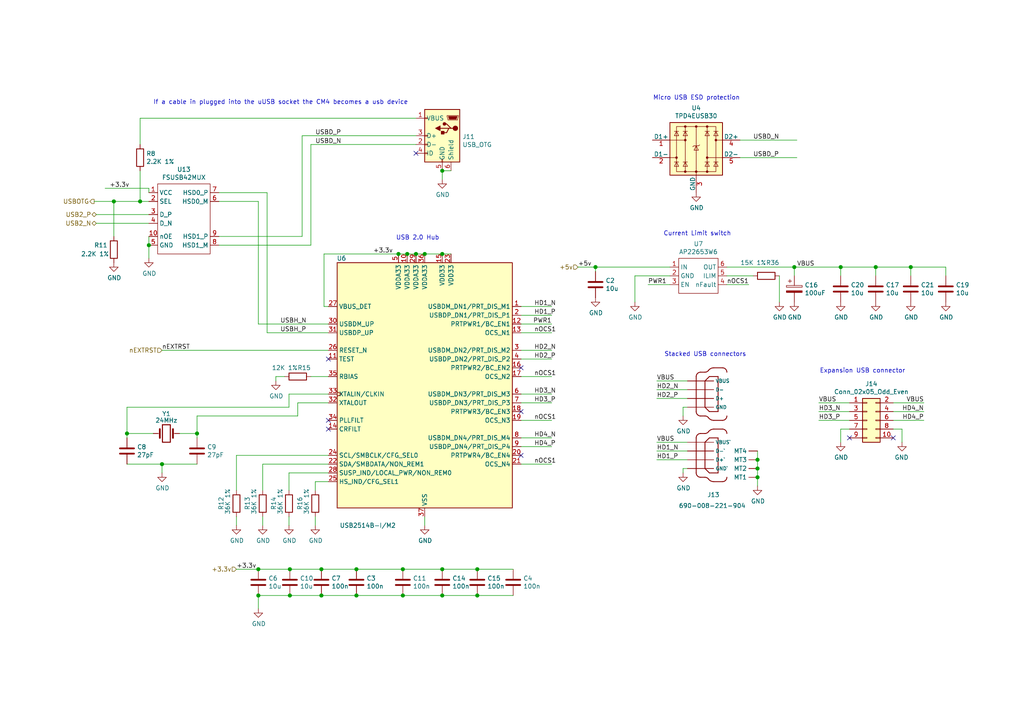
<source format=kicad_sch>
(kicad_sch (version 20231120) (generator "eeschema") (generator_version "8.0")
  (paper "A4")
  (title_block (title "Compute Module 4 IO Board - USB") (rev "1") (company "© 2020-2022 Raspberry Pi Ltd (formerly Raspberry Pi (Trading) Ltd.)") (comment 1 "www.raspberrypi.com"))
  (lib_symbols
    (symbol "CM4IO:AP2553W6"
      (property "Reference" "U" (at 3.81 -6.35 0))
      (property "Value" "AP2553W6" (at -3.81 -6.35 0))
      (symbol "AP2553W6_0_0"
        (pin power_in line (at -8.89 2.54 0) (length 2.54) (name "IN") (number "1"))
        (pin power_out line (at -8.89 0 0) (length 2.54) (name "GND") (number "2"))
        (pin input line (at -8.89 -2.54 0) (length 2.54) (name "EN") (number "3"))
        (pin open_collector line (at 7.62 -2.54 180) (length 2.54) (name "nFault") (number "4"))
        (pin passive line (at 7.62 0 180) (length 2.54) (name "ILIM") (number "5"))
        (pin power_out line (at 7.62 2.54 180) (length 2.54) (name "OUT") (number "6"))
      )
    )
    (symbol "CM4IO:FSUSB42MX"
      (property "Reference" "U" (at -7.62 20.32 0))
      (property "Value" "FSUSB42MX" (at -2.54 -2.54 0))
      (symbol "FSUSB42MX_0_0"
        (pin power_in line (at 8.89 16.51 180) (length 2.54) (name "VCC") (number "1"))
        (pin input line (at 8.89 3.81 180) (length 2.54) (name "nOE") (number "10"))
        (pin input line (at 8.89 13.97 180) (length 2.54) (name "SEL") (number "2"))
        (pin bidirectional line (at 8.89 10.16 180) (length 2.54) (name "D_P") (number "3"))
        (pin bidirectional line (at 8.89 7.62 180) (length 2.54) (name "D_N") (number "4"))
        (pin power_in line (at 8.89 1.27 180) (length 2.54) (name "GND") (number "5"))
        (pin bidirectional line (at -11.43 13.97 0) (length 2.54) (name "HSD0_M") (number "6"))
        (pin bidirectional line (at -11.43 16.51 0) (length 2.54) (name "HSD0_P") (number "7"))
        (pin bidirectional line (at -11.43 1.27 0) (length 2.54) (name "HSD1_M") (number "8"))
        (pin bidirectional line (at -11.43 3.81 0) (length 2.54) (name "HSD1_P") (number "9"))
      )
    )
    (symbol "CM4IO:TPD4EUSB30" (pin_names (offset 0))
      (property "Reference" "U" (at -0.635 8.89 0))
      (property "Value" "TPD4EUSB30" (at 8.89 -10.16 0))
      (symbol "TPD4EUSB30_1_1"
        (pin passive line (at -12.7 2.54 0) (length 5.08) (name "D1+") (number "1"))
        (pin passive line (at -12.7 2.54 0) (length 5.08) hide (name "~") (number "10"))
        (pin passive line (at -12.7 -2.54 0) (length 5.08) (name "D1-") (number "2"))
        (pin power_in line (at 0 -12.7 90) (length 5.08) (name "GND") (number "3"))
        (pin passive line (at 12.7 2.54 180) (length 5.08) (name "D2+") (number "4"))
        (pin passive line (at 12.7 -2.54 180) (length 5.08) (name "D2-") (number "5"))
        (pin passive line (at 12.7 -2.54 180) (length 5.08) hide (name "~") (number "6"))
        (pin passive line (at 12.7 2.54 180) (length 5.08) hide (name "~") (number "7"))
        (pin passive line (at 0 -12.7 90) (length 5.08) hide (name "GND") (number "8"))
        (pin passive line (at -12.7 -2.54 0) (length 5.08) hide (name "~") (number "9"))
      )
    )
    (symbol "CM4IO:USB_67298-4090" (pin_numbers hide)
      (property "Reference" "J" (at -5.08 21.6408 0))
      (property "Value" "USB_67298-4090" (at -5.08 -17.8054 0))
      (symbol "USB_67298-4090_0_0"
        (pin power_in line (at -7.62 -2.54 0) (length 7.62) (name "VBUS`") (number "1"))
        (pin passive line (at -7.62 -5.08 0) (length 7.62) (name "D-`") (number "2"))
        (pin passive line (at -7.62 -7.62 0) (length 7.62) (name "D+`") (number "3"))
        (pin power_in line (at -7.62 -10.16 0) (length 7.62) (name "GND`") (number "4"))
        (pin power_in line (at -7.62 15.24 0) (length 7.62) (name "VBUS") (number "5"))
        (pin passive line (at -7.62 12.7 0) (length 7.62) (name "D-") (number "6"))
        (pin passive line (at -7.62 10.16 0) (length 7.62) (name "D+") (number "7"))
        (pin power_in line (at -7.62 7.62 0) (length 7.62) (name "GND") (number "8"))
        (pin passive line (at 12.7 -12.7 180) (length 2.54) (name "MT1") (number "MT1"))
        (pin passive line (at 12.7 -10.16 180) (length 2.54) (name "MT2") (number "MT2"))
        (pin passive line (at 12.7 -7.62 180) (length 2.54) (name "MT3") (number "MT3"))
        (pin passive line (at 12.7 -5.08 180) (length 2.54) (name "MT4") (number "MT4"))
      )
    )
    (symbol "Connector:USB_OTG"
      (property "Reference" "J" (at -5.08 11.43 0))
      (property "Value" "USB_OTG" (at -5.08 8.89 0))
      (symbol "USB_OTG_1_1"
        (pin power_in line (at 7.62 5.08 180) (length 2.54) (name "VBUS") (number "1"))
        (pin passive line (at 7.62 -2.54 180) (length 2.54) (name "D-") (number "2"))
        (pin passive line (at 7.62 0 180) (length 2.54) (name "D+") (number "3"))
        (pin passive line (at 7.62 -5.08 180) (length 2.54) (name "ID") (number "4"))
        (pin power_in line (at 0 -10.16 90) (length 2.54) (name "GND") (number "5"))
        (pin passive line (at -2.54 -10.16 90) (length 2.54) (name "Shield") (number "6"))
      )
    )
    (symbol "Connector_Generic:Conn_02x05_Odd_Even" (pin_names hide)
      (property "Reference" "J" (at 1.27 7.62 0))
      (property "Value" "Conn_02x05_Odd_Even" (at 1.27 -7.62 0))
      (symbol "Conn_02x05_Odd_Even_1_1"
        (pin passive line (at -5.08 5.08 0) (length 3.81) (name "Pin_1") (number "1"))
        (pin passive line (at 7.62 -5.08 180) (length 3.81) (name "Pin_10") (number "10"))
        (pin passive line (at 7.62 5.08 180) (length 3.81) (name "Pin_2") (number "2"))
        (pin passive line (at -5.08 2.54 0) (length 3.81) (name "Pin_3") (number "3"))
        (pin passive line (at 7.62 2.54 180) (length 3.81) (name "Pin_4") (number "4"))
        (pin passive line (at -5.08 0 0) (length 3.81) (name "Pin_5") (number "5"))
        (pin passive line (at 7.62 0 180) (length 3.81) (name "Pin_6") (number "6"))
        (pin passive line (at -5.08 -2.54 0) (length 3.81) (name "Pin_7") (number "7"))
        (pin passive line (at 7.62 -2.54 180) (length 3.81) (name "Pin_8") (number "8"))
        (pin passive line (at -5.08 -5.08 0) (length 3.81) (name "Pin_9") (number "9"))
      )
    )
    (symbol "Device:C" (pin_numbers hide) (pin_names (offset 0.254))
      (property "Reference" "C" (at 0.635 2.54 0))
      (property "Value" "C" (at 0.635 -2.54 0))
      (symbol "C_1_1"
        (pin passive line (at 0 3.81 270) (length 2.794) (name "~") (number "1"))
        (pin passive line (at 0 -3.81 90) (length 2.794) (name "~") (number "2"))
      )
    )
    (symbol "Device:CP" (pin_numbers hide) (pin_names (offset 0.254))
      (property "Reference" "C" (at 0.635 2.54 0))
      (property "Value" "CP" (at 0.635 -2.54 0))
      (symbol "CP_1_1"
        (pin passive line (at 0 3.81 270) (length 2.794) (name "~") (number "1"))
        (pin passive line (at 0 -3.81 90) (length 2.794) (name "~") (number "2"))
      )
    )
    (symbol "Device:Crystal" (pin_numbers hide) (pin_names hide)
      (property "Reference" "Y" (at 0 3.81 0))
      (property "Value" "Crystal" (at 0 -3.81 0))
      (symbol "Crystal_1_1"
        (pin passive line (at -3.81 0 0) (length 1.27) (name "1") (number "1"))
        (pin passive line (at 3.81 0 180) (length 1.27) (name "2") (number "2"))
      )
    )
    (symbol "Device:R" (pin_numbers hide) (pin_names (offset 0))
      (property "Reference" "R" (at 2.032 0 90))
      (property "Value" "R" (at 0 0 90))
      (symbol "R_1_1"
        (pin passive line (at 0 3.81 270) (length 1.27) (name "~") (number "1"))
        (pin passive line (at 0 -3.81 90) (length 1.27) (name "~") (number "2"))
      )
    )
    (symbol "Interface_USB:USB2514B_Bi"
      (property "Reference" "U" (at -17.78 40.64 0))
      (property "Value" "USB2514B_Bi" (at -20.32 38.1 0))
      (symbol "USB2514B_Bi_1_1"
        (pin bidirectional line (at 27.94 22.86 180) (length 2.54) (name "USBDM_DN1/PRT_DIS_M1") (number "1"))
        (pin power_in line (at -5.08 38.1 270) (length 2.54) (name "VDDA33") (number "10"))
        (pin input line (at -27.94 7.62 0) (length 2.54) (name "TEST") (number "11"))
        (pin bidirectional line (at 27.94 17.78 180) (length 2.54) (name "PRTPWR1/BC_EN1") (number "12"))
        (pin input line (at 27.94 15.24 180) (length 2.54) (name "OCS_N1") (number "13"))
        (pin input line (at -27.94 -12.7 0) (length 2.54) (name "CRFILT") (number "14"))
        (pin power_in line (at 5.08 38.1 270) (length 2.54) (name "VDD33") (number "15"))
        (pin bidirectional line (at 27.94 5.08 180) (length 2.54) (name "PRTPWR2/BC_EN2") (number "16"))
        (pin input line (at 27.94 2.54 180) (length 2.54) (name "OCS_N2") (number "17"))
        (pin bidirectional line (at 27.94 -7.62 180) (length 2.54) (name "PRTPWR3/BC_EN3") (number "18"))
        (pin input line (at 27.94 -10.16 180) (length 2.54) (name "OCS_N3") (number "19"))
        (pin bidirectional line (at 27.94 20.32 180) (length 2.54) (name "USBDP_DN1/PRT_DIS_P1") (number "2"))
        (pin bidirectional line (at 27.94 -20.32 180) (length 2.54) (name "PRTPWR4/BC_EN4") (number "20"))
        (pin input line (at 27.94 -22.86 180) (length 2.54) (name "OCS_N4") (number "21"))
        (pin bidirectional line (at -27.94 -22.86 0) (length 2.54) (name "SDA/SMBDATA/NON_REM1") (number "22"))
        (pin power_in line (at 7.62 38.1 270) (length 2.54) (name "VDD33") (number "23"))
        (pin bidirectional line (at -27.94 -20.32 0) (length 2.54) (name "SCL/SMBCLK/CFG_SEL0") (number "24"))
        (pin bidirectional line (at -27.94 -27.94 0) (length 2.54) (name "HS_IND/CFG_SEL1") (number "25"))
        (pin input line (at -27.94 10.16 0) (length 2.54) (name "RESET_N") (number "26"))
        (pin input line (at -27.94 22.86 0) (length 2.54) (name "VBUS_DET") (number "27"))
        (pin bidirectional line (at -27.94 -25.4 0) (length 2.54) (name "SUSP_IND/LOCAL_PWR/NON_REM0") (number "28"))
        (pin power_in line (at -2.54 38.1 270) (length 2.54) (name "VDDA33") (number "29"))
        (pin bidirectional line (at 27.94 10.16 180) (length 2.54) (name "USBDM_DN2/PRT_DIS_M2") (number "3"))
        (pin bidirectional line (at -27.94 17.78 0) (length 2.54) (name "USBDM_UP") (number "30"))
        (pin bidirectional line (at -27.94 15.24 0) (length 2.54) (name "USBDP_UP") (number "31"))
        (pin output line (at -27.94 -5.08 0) (length 2.54) (name "XTALOUT") (number "32"))
        (pin input clock (at -27.94 -2.54 0) (length 2.54) (name "XTALIN/CLKIN") (number "33"))
        (pin input line (at -27.94 -10.16 0) (length 2.54) (name "PLLFILT") (number "34"))
        (pin input line (at -27.94 2.54 0) (length 2.54) (name "RBIAS") (number "35"))
        (pin power_in line (at 0 38.1 270) (length 2.54) (name "VDDA33") (number "36"))
        (pin power_in line (at 0 -38.1 90) (length 2.54) (name "VSS") (number "37"))
        (pin bidirectional line (at 27.94 7.62 180) (length 2.54) (name "USBDP_DN2/PRT_DIS_P2") (number "4"))
        (pin power_in line (at -7.62 38.1 270) (length 2.54) (name "VDDA33") (number "5"))
        (pin bidirectional line (at 27.94 -2.54 180) (length 2.54) (name "USBDM_DN3/PRT_DIS_M3") (number "6"))
        (pin bidirectional line (at 27.94 -5.08 180) (length 2.54) (name "USBDP_DN3/PRT_DIS_P3") (number "7"))
        (pin bidirectional line (at 27.94 -15.24 180) (length 2.54) (name "USBDM_DN4/PRT_DIS_M4") (number "8"))
        (pin bidirectional line (at 27.94 -17.78 180) (length 2.54) (name "USBDP_DN4/PRT_DIS_P4") (number "9"))
      )
    )
    (symbol "power:GND" (power) (pin_names (offset 0))
      (property "Value" "GND" (at 0 -3.81 0))
      (symbol "GND_1_1"
        (pin power_in line (at 0 0 270) (length 0) hide (name "GND") (number "1"))
      )
    )
  )
  (junction (at 103.378 165.1) (diameter 1.016))
  (junction (at 103.378 172.72) (diameter 1.016))
  (junction (at 138.43 165.1) (diameter 1.016))
  (junction (at 93.218 165.1) (diameter 1.016))
  (junction (at 128.27 49.53) (diameter 1.016))
  (junction (at 74.93 172.72) (diameter 1.016))
  (junction (at 172.72 77.47) (diameter 1.016))
  (junction (at 219.71 138.43) (diameter 1.016))
  (junction (at 116.84 165.1) (diameter 1.016))
  (junction (at 84.074 165.1) (diameter 1.016))
  (junction (at 128.27 172.72) (diameter 1.016))
  (junction (at 254 77.47) (diameter 1.016))
  (junction (at 36.83 125.73) (diameter 1.016))
  (junction (at 120.65 73.66) (diameter 1.016))
  (junction (at 128.27 73.66) (diameter 1.016))
  (junction (at 219.71 133.35) (diameter 1.016))
  (junction (at 40.64 58.42) (diameter 1.016))
  (junction (at 219.71 135.89) (diameter 1.016))
  (junction (at 123.19 73.66) (diameter 1.016))
  (junction (at 128.27 165.1) (diameter 1.016))
  (junction (at 230.378 77.47) (diameter 1.016))
  (junction (at 74.93 165.1) (diameter 1.016))
  (junction (at 93.218 172.72) (diameter 1.016))
  (junction (at 57.15 125.73) (diameter 1.016))
  (junction (at 84.074 172.72) (diameter 1.016))
  (junction (at 264.16 77.47) (diameter 1.016))
  (junction (at 43.18 71.12) (diameter 1.016))
  (junction (at 33.02 58.42) (diameter 1.016))
  (junction (at 115.57 73.66) (diameter 1.016))
  (junction (at 243.84 77.47) (diameter 1.016))
  (junction (at 116.84 172.72) (diameter 1.016))
  (junction (at 118.11 73.66) (diameter 1.016))
  (junction (at 138.43 172.72) (diameter 1.016))
  (junction (at 46.99 134.62) (diameter 1.016))
  (no_connect (at 95.25 121.92))
  (no_connect (at 95.25 104.14))
  (no_connect (at 120.65 44.45))
  (no_connect (at 246.38 127))
  (no_connect (at 259.08 127))
  (no_connect (at 95.25 124.46))
  (no_connect (at 151.13 119.38))
  (no_connect (at 151.13 106.68))
  (no_connect (at 151.13 132.08))
  (wire (pts (xy 151.13 96.52) (xy 160.02 96.52)))
  (wire (pts (xy 86.36 116.84) (xy 86.36 120.65)))
  (wire (pts (xy 267.97 121.92) (xy 259.08 121.92)))
  (wire (pts (xy 151.13 88.9) (xy 160.02 88.9)))
  (wire (pts (xy 74.93 165.1) (xy 84.074 165.1)))
  (wire (pts (xy 190.5 113.03) (xy 199.39 113.03)))
  (wire (pts (xy 151.13 116.84) (xy 160.02 116.84)))
  (wire (pts (xy 36.83 127) (xy 36.83 125.73)))
  (wire (pts (xy 190.5 115.57) (xy 199.39 115.57)))
  (wire (pts (xy 172.72 77.47) (xy 194.31 77.47)))
  (wire (pts (xy 93.218 165.1) (xy 103.378 165.1)))
  (wire (pts (xy 267.97 116.84) (xy 259.08 116.84)))
  (wire (pts (xy 237.49 116.84) (xy 246.38 116.84)))
  (wire (pts (xy 151.13 91.44) (xy 160.02 91.44)))
  (wire (pts (xy 57.15 120.65) (xy 57.15 125.73)))
  (wire (pts (xy 95.25 93.98) (xy 74.93 93.98)))
  (wire (pts (xy 83.82 142.24) (xy 83.82 137.16)))
  (wire (pts (xy 151.13 114.3) (xy 160.02 114.3)))
  (wire (pts (xy 138.43 165.1) (xy 148.844 165.1)))
  (wire (pts (xy 68.58 149.86) (xy 68.58 152.4)))
  (wire (pts (xy 194.31 80.01) (xy 184.15 80.01)))
  (wire (pts (xy 83.82 118.11) (xy 36.83 118.11)))
  (wire (pts (xy 93.98 88.9) (xy 93.98 73.66)))
  (wire (pts (xy 43.18 58.42) (xy 40.64 58.42)))
  (wire (pts (xy 77.47 55.88) (xy 77.47 96.52)))
  (wire (pts (xy 184.15 80.01) (xy 184.15 87.63)))
  (wire (pts (xy 74.93 58.42) (xy 74.93 93.98)))
  (wire (pts (xy 118.11 73.66) (xy 120.65 73.66)))
  (wire (pts (xy 151.13 134.62) (xy 160.02 134.62)))
  (wire (pts (xy 43.18 55.88) (xy 43.18 54.61)))
  (wire (pts (xy 83.82 114.3) (xy 83.82 118.11)))
  (wire (pts (xy 36.83 118.11) (xy 36.83 125.73)))
  (wire (pts (xy 82.55 109.22) (xy 80.01 109.22)))
  (wire (pts (xy 128.27 172.72) (xy 138.43 172.72)))
  (wire (pts (xy 63.5 71.12) (xy 90.17 71.12)))
  (wire (pts (xy 91.44 149.86) (xy 91.44 152.4)))
  (wire (pts (xy 254 77.47) (xy 264.16 77.47)))
  (wire (pts (xy 264.16 77.47) (xy 264.16 80.01)))
  (wire (pts (xy 219.71 138.43) (xy 219.71 140.97)))
  (wire (pts (xy 128.27 49.53) (xy 130.81 49.53)))
  (wire (pts (xy 76.2 134.62) (xy 95.25 134.62)))
  (wire (pts (xy 90.17 71.12) (xy 90.17 41.91)))
  (wire (pts (xy 219.71 130.81) (xy 219.71 133.35)))
  (wire (pts (xy 76.2 149.86) (xy 76.2 152.4)))
  (wire (pts (xy 57.15 125.73) (xy 57.15 127)))
  (wire (pts (xy 151.13 101.6) (xy 160.02 101.6)))
  (wire (pts (xy 90.17 109.22) (xy 95.25 109.22)))
  (wire (pts (xy 190.5 130.81) (xy 199.39 130.81)))
  (wire (pts (xy 210.82 77.47) (xy 230.378 77.47)))
  (wire (pts (xy 230.378 77.47) (xy 243.84 77.47)))
  (wire (pts (xy 128.27 52.07) (xy 128.27 49.53)))
  (wire (pts (xy 167.64 77.47) (xy 172.72 77.47)))
  (wire (pts (xy 151.13 121.92) (xy 160.02 121.92)))
  (wire (pts (xy 123.19 73.66) (xy 128.27 73.66)))
  (wire (pts (xy 214.63 40.64) (xy 231.14 40.64)))
  (wire (pts (xy 243.84 77.47) (xy 254 77.47)))
  (wire (pts (xy 63.5 68.58) (xy 87.63 68.58)))
  (wire (pts (xy 27.94 64.77) (xy 43.18 64.77)))
  (wire (pts (xy 84.074 172.72) (xy 93.218 172.72)))
  (wire (pts (xy 68.58 132.08) (xy 95.25 132.08)))
  (wire (pts (xy 151.13 104.14) (xy 160.02 104.14)))
  (wire (pts (xy 95.25 116.84) (xy 86.36 116.84)))
  (wire (pts (xy 87.63 68.58) (xy 87.63 39.37)))
  (wire (pts (xy 261.62 124.46) (xy 261.62 128.27)))
  (wire (pts (xy 214.63 45.72) (xy 231.14 45.72)))
  (wire (pts (xy 190.5 128.27) (xy 199.39 128.27)))
  (wire (pts (xy 86.36 120.65) (xy 57.15 120.65)))
  (wire (pts (xy 93.98 73.66) (xy 115.57 73.66)))
  (wire (pts (xy 83.82 149.86) (xy 83.82 152.4)))
  (wire (pts (xy 237.49 121.92) (xy 246.38 121.92)))
  (wire (pts (xy 219.71 133.35) (xy 219.71 135.89)))
  (wire (pts (xy 46.99 134.62) (xy 57.15 134.62)))
  (wire (pts (xy 151.13 109.22) (xy 160.02 109.22)))
  (wire (pts (xy 91.44 142.24) (xy 91.44 139.7)))
  (wire (pts (xy 219.71 135.89) (xy 219.71 138.43)))
  (wire (pts (xy 254 77.47) (xy 254 80.01)))
  (wire (pts (xy 120.65 73.66) (xy 123.19 73.66)))
  (wire (pts (xy 27.305 58.42) (xy 33.02 58.42)))
  (wire (pts (xy 226.06 80.01) (xy 226.06 87.63)))
  (wire (pts (xy 138.43 172.72) (xy 148.844 172.72)))
  (wire (pts (xy 103.378 172.72) (xy 116.84 172.72)))
  (wire (pts (xy 83.82 114.3) (xy 95.25 114.3)))
  (wire (pts (xy 63.5 55.88) (xy 77.47 55.88)))
  (wire (pts (xy 123.19 149.86) (xy 123.19 152.4)))
  (wire (pts (xy 230.378 77.47) (xy 230.378 80.01)))
  (wire (pts (xy 199.39 118.11) (xy 198.12 118.11)))
  (wire (pts (xy 93.218 172.72) (xy 103.378 172.72)))
  (wire (pts (xy 190.5 110.49) (xy 199.39 110.49)))
  (wire (pts (xy 36.83 125.73) (xy 44.45 125.73)))
  (wire (pts (xy 237.49 119.38) (xy 246.38 119.38)))
  (wire (pts (xy 103.378 165.1) (xy 116.84 165.1)))
  (wire (pts (xy 151.13 93.98) (xy 160.02 93.98)))
  (wire (pts (xy 115.57 73.66) (xy 118.11 73.66)))
  (wire (pts (xy 30.48 54.61) (xy 43.18 54.61)))
  (wire (pts (xy 210.82 82.55) (xy 217.17 82.55)))
  (wire (pts (xy 274.32 80.01) (xy 274.32 77.47)))
  (wire (pts (xy 210.82 80.01) (xy 218.44 80.01)))
  (wire (pts (xy 187.96 82.55) (xy 194.31 82.55)))
  (wire (pts (xy 95.25 88.9) (xy 93.98 88.9)))
  (wire (pts (xy 91.44 139.7) (xy 95.25 139.7)))
  (wire (pts (xy 74.93 176.53) (xy 74.93 172.72)))
  (wire (pts (xy 36.83 134.62) (xy 46.99 134.62)))
  (wire (pts (xy 128.27 73.66) (xy 130.81 73.66)))
  (wire (pts (xy 77.47 96.52) (xy 95.25 96.52)))
  (wire (pts (xy 259.08 124.46) (xy 261.62 124.46)))
  (wire (pts (xy 63.5 58.42) (xy 74.93 58.42)))
  (wire (pts (xy 190.5 133.35) (xy 199.39 133.35)))
  (wire (pts (xy 243.84 124.46) (xy 246.38 124.46)))
  (wire (pts (xy 74.93 172.72) (xy 84.074 172.72)))
  (wire (pts (xy 68.58 165.1) (xy 74.93 165.1)))
  (wire (pts (xy 43.18 71.12) (xy 43.18 74.93)))
  (wire (pts (xy 33.02 58.42) (xy 33.02 68.58)))
  (wire (pts (xy 199.39 135.89) (xy 198.12 135.89)))
  (wire (pts (xy 116.84 172.72) (xy 128.27 172.72)))
  (wire (pts (xy 151.13 129.54) (xy 160.02 129.54)))
  (wire (pts (xy 243.84 124.46) (xy 243.84 128.27)))
  (wire (pts (xy 116.84 165.1) (xy 128.27 165.1)))
  (wire (pts (xy 40.64 49.53) (xy 40.64 58.42)))
  (wire (pts (xy 46.99 101.6) (xy 95.25 101.6)))
  (wire (pts (xy 128.27 165.1) (xy 138.43 165.1)))
  (wire (pts (xy 198.12 135.89) (xy 198.12 137.16)))
  (wire (pts (xy 151.13 127) (xy 160.02 127)))
  (wire (pts (xy 27.94 62.23) (xy 43.18 62.23)))
  (wire (pts (xy 264.16 77.47) (xy 274.32 77.47)))
  (wire (pts (xy 76.2 142.24) (xy 76.2 134.62)))
  (wire (pts (xy 52.07 125.73) (xy 57.15 125.73)))
  (wire (pts (xy 40.64 34.29) (xy 120.65 34.29)))
  (wire (pts (xy 40.64 58.42) (xy 33.02 58.42)))
  (wire (pts (xy 68.58 142.24) (xy 68.58 132.08)))
  (wire (pts (xy 90.17 41.91) (xy 120.65 41.91)))
  (wire (pts (xy 84.074 165.1) (xy 93.218 165.1)))
  (wire (pts (xy 198.12 118.11) (xy 198.12 120.65)))
  (wire (pts (xy 87.63 39.37) (xy 120.65 39.37)))
  (wire (pts (xy 172.72 78.74) (xy 172.72 77.47)))
  (wire (pts (xy 80.01 109.22) (xy 80.01 110.49)))
  (wire (pts (xy 40.64 41.91) (xy 40.64 34.29)))
  (wire (pts (xy 83.82 137.16) (xy 95.25 137.16)))
  (wire (pts (xy 43.18 68.58) (xy 43.18 71.12)))
  (wire (pts (xy 267.97 119.38) (xy 259.08 119.38)))
  (wire (pts (xy 46.99 134.62) (xy 46.99 137.16)))
  (wire (pts (xy 243.84 80.01) (xy 243.84 77.47)))
  (text "Expansion USB connector" (at 262.6106 108.3818 0) (effects (font (size 1.27 1.27)) (justify right bottom)))
  (text "Current Limit switch" (at 212.09 68.58 0) (effects (font (size 1.27 1.27)) (justify right bottom)))
  (text "USB 2.0 Hub" (at 127.4318 69.7992 0) (effects (font (size 1.27 1.27)) (justify right bottom)))
  (text "If a cable in plugged into the uUSB socket the CM4 becomes a usb device" (at 44.45 30.48 0) (effects (font (size 1.27 1.27)) (justify left bottom)))
  (text "Micro USB ESD protection" (at 214.63 29.21 0) (effects (font (size 1.27 1.27)) (justify right bottom)))
  (text "Stacked USB connectors" (at 216.4588 103.5812 0) (effects (font (size 1.27 1.27)) (justify right bottom)))
  (label "nOCS1" (at 154.94 96.52 0))
  (label "+3.3v" (at 31.75 54.61 0))
  (label "HD2_P" (at 190.5 115.57 0))
  (label "HD3_N" (at 237.49 119.38 0))
  (label "HD1_P" (at 190.5 133.35 0))
  (label "HD1_N" (at 154.94 88.9 0))
  (label "HD4_P" (at 154.94 129.54 0))
  (label "VBUS" (at 237.49 116.84 0))
  (label "nOCS1" (at 210.82 82.55 0))
  (label "VBUS" (at 190.5 110.49 0))
  (label "HD2_N" (at 190.5 113.03 0))
  (label "PWR1" (at 160.02 93.98 180))
  (label "USBD_N" (at 218.44 40.64 0))
  (label "nOCS1" (at 154.94 109.22 0))
  (label "VBUS" (at 231.14 77.47 0))
  (label "USBD_N" (at 91.44 41.91 0))
  (label "HD2_P" (at 154.94 104.14 0))
  (label "VBUS" (at 190.5 128.27 0))
  (label "+3.3v" (at 68.58 165.1 0))
  (label "+5v" (at 167.64 77.47 0))
  (label "HD4_N" (at 154.94 127 0))
  (label "HD4_P" (at 267.97 121.92 180))
  (label "USBH_P" (at 81.28 96.52 0))
  (label "HD3_P" (at 154.94 116.84 0))
  (label "nEXTRST" (at 46.99 101.6 0))
  (label "+3.3v" (at 108.204 73.66 0))
  (label "HD2_N" (at 154.94 101.6 0))
  (label "USBD_P" (at 218.44 45.72 0))
  (label "HD1_N" (at 190.5 130.81 0))
  (label "USBD_P" (at 91.44 39.37 0))
  (label "HD4_N" (at 267.97 119.38 180))
  (label "nOCS1" (at 154.94 134.62 0))
  (label "nOCS1" (at 154.94 121.92 0))
  (label "HD3_P" (at 237.49 121.92 0))
  (label "PWR1" (at 187.96 82.55 0))
  (label "USBH_N" (at 81.28 93.98 0))
  (label "HD3_N" (at 154.94 114.3 0))
  (label "HD1_P" (at 154.94 91.44 0))
  (label "VBUS" (at 267.97 116.84 180))
  (hierarchical_label "USB2_N" (shape bidirectional) (at 27.94 64.77 180))
  (hierarchical_label "USBOTG" (shape output) (at 27.305 58.42 180))
  (hierarchical_label "+3.3v" (shape input) (at 68.58 165.1 180))
  (hierarchical_label "USB2_P" (shape bidirectional) (at 27.94 62.23 180))
  (hierarchical_label "nEXTRST" (shape input) (at 46.99 101.6 180))
  (hierarchical_label "+5v" (shape input) (at 167.64 77.47 180))
  (symbol (lib_id "CM4IO:USB_67298-4090") (at 207.01 125.73 0) (unit 1)
    (property "Reference" "J13" (at 205.105 143.51 0) (effects (justify left)))
    (property "Value" "690-008-221-904" (at 196.85 146.685 0) (effects (justify left)))
    (property "Footprint" "CM4IO:MOLEX_USB_67298-4090" (effects (hide yes)))
    (property "Datasheet" "https://www.molex.com/pdm_docs/sd/672984090_sd.pdf" (effects (hide yes)))
    (property "Field4" "Farnell" (effects (hide yes)))
    (property "Field5" "	2751688" (effects (hide yes)))
    (property "Field6" "690-008-221-904" (effects (hide yes)))
    (property "Field7" "EDAC" (effects (hide yes)))
    (property "Field8" "UCON00727" (effects (hide yes)))
    (property "Part Description" "USB-A (USB TYPE-A), Stacked Receptacle Connector 8 Position Through Hole, Right Angle" (effects (hide yes)))
  )
  (symbol (lib_id "power:GND") (at 243.84 128.27 0) (unit 1)
    (property "Reference" "#PWR025" (effects (hide yes)))
    (property "Value" "GND" (at 243.967 132.6642 0))
  )
  (symbol (lib_id "power:GND") (at 261.62 128.27 0) (mirror y) (unit 1)
    (property "Reference" "#PWR026" (effects (hide yes)))
    (property "Value" "GND" (at 261.493 132.6642 0))
  )
  (symbol (lib_id "Connector_Generic:Conn_02x05_Odd_Even") (at 251.46 121.92 0) (unit 1)
    (property "Reference" "J14" (at 252.73 111.3282 0))
    (property "Value" "Conn_02x05_Odd_Even" (at 252.73 113.6396 0))
    (property "Footprint" "Connector_PinHeader_2.54mm:PinHeader_2x05_P2.54mm_Vertical" (effects (hide yes)))
    (property "Datasheet" "https://www.toby.co.uk/uploads/publications/1673.pdf" (effects (hide yes)))
    (property "Field4" "Toby" (effects (hide yes)))
    (property "Field5" "THD-05-R" (effects (hide yes)))
    (property "Field6" "THD-05-R" (effects (hide yes)))
    (property "Field7" "Toby" (effects (hide yes)))
    (property "Part Description" "PinHeader_2x05_P2.54mm_Vertical" (effects (hide yes)))
  )
  (symbol (lib_id "Connector:USB_OTG") (at 128.27 39.37 0) (mirror y) (unit 1)
    (property "Reference" "J11" (at 134.112 39.6494 0) (effects (justify right)))
    (property "Value" "USB_OTG" (at 134.112 41.9608 0) (effects (justify right)))
    (property "Footprint" "CM4IO:USB_Micro-B_EDAC_UCON00686" (effects (hide yes)))
    (property "Datasheet" "https://cdn.amphenol-icc.com/media/wysiwyg/files/documentation/datasheet/inputoutput/io_usb_micro.pd" (effects (hide yes)))
    (property "Field4" "Digikey" (effects (hide yes)))
    (property "Field5" "609-4050-2-ND" (effects (hide yes)))
    (property "Field6" "690-005-298-486" (effects (hide yes)))
    (property "Field7" "EDAC" (effects (hide yes)))
    (property "Part Description" "USB - micro B USB 2.0 Receptacle Connector 5 Position Surface Mount, Right Angle; Through Hole" (effects (hide yes)))
    (property "Field8" "UCON00686" (effects (hide yes)))
  )
  (symbol (lib_id "Device:R") (at 40.64 45.72 0) (unit 1)
    (property "Reference" "R8" (at 42.418 44.5516 0) (effects (justify left)))
    (property "Value" "2.2K 1%" (at 42.418 46.863 0) (effects (justify left)))
    (property "Footprint" "Resistor_SMD:R_0402_1005Metric" (effects (hide yes)))
    (property "Datasheet" "https://fscdn.rohm.com/en/products/databook/datasheet/passive/resistor/chip_resistor/mcr-e.pdf" (effects (hide yes)))
    (property "Field4" "Farnell" (effects (hide yes)))
    (property "Field5" "9239278" (effects (hide yes)))
    (property "Field7" "KOA EUROPE GMBH" (effects (hide yes)))
    (property "Field6" "RK73G1ETQTP2201D         " (effects (hide yes)))
    (property "Part Description" "Resistor 2.2K M1005 1% 63mW" (effects (hide yes)))
    (property "Field8" "120889581" (effects (hide yes)))
  )
  (symbol (lib_id "power:GND") (at 172.72 86.36 0) (unit 1)
    (property "Reference" "#PWR017" (effects (hide yes)))
    (property "Value" "GND" (at 172.847 90.7542 0))
  )
  (symbol (lib_id "Device:C") (at 243.84 83.82 0) (unit 1)
    (property "Reference" "C20" (at 246.761 82.6516 0) (effects (justify left)))
    (property "Value" "10u" (at 246.761 84.963 0) (effects (justify left)))
    (property "Footprint" "Capacitor_SMD:C_0805_2012Metric" (effects (hide yes)))
    (property "Datasheet" "https://search.murata.co.jp/Ceramy/image/img/A01X/G101/ENG/GRM21BR71A106KA73-01.pdf" (effects (hide yes)))
    (property "Field5" "490-14381-1-ND" (effects (hide yes)))
    (property "Field4" "Digikey" (effects (hide yes)))
    (property "Field6" "GRM21BR71A106KA73L" (effects (hide yes)))
    (property "Field7" "Murata" (effects (hide yes)))
    (property "Part Description" "	10uF 10% 10V Ceramic Capacitor X7R 0805 (2012 Metric)" (effects (hide yes)))
    (property "Field8" "111893011" (effects (hide yes)))
  )
  (symbol (lib_id "power:GND") (at 243.84 87.63 0) (unit 1)
    (property "Reference" "#PWR021" (effects (hide yes)))
    (property "Value" "GND" (at 243.967 92.0242 0))
  )
  (symbol (lib_id "Device:C") (at 254 83.82 0) (unit 1)
    (property "Reference" "C17" (at 256.921 82.6516 0) (effects (justify left)))
    (property "Value" "10u" (at 256.921 84.963 0) (effects (justify left)))
    (property "Footprint" "Capacitor_SMD:C_0805_2012Metric" (effects (hide yes)))
    (property "Datasheet" "https://search.murata.co.jp/Ceramy/image/img/A01X/G101/ENG/GRM21BR71A106KA73-01.pdf" (effects (hide yes)))
    (property "Field5" "490-14381-1-ND" (effects (hide yes)))
    (property "Field4" "Digikey" (effects (hide yes)))
    (property "Field6" "GRM21BR71A106KA73L" (effects (hide yes)))
    (property "Field7" "Murata" (effects (hide yes)))
    (property "Part Description" "	10uF 10% 10V Ceramic Capacitor X7R 0805 (2012 Metric)" (effects (hide yes)))
    (property "Field8" "111893011" (effects (hide yes)))
  )
  (symbol (lib_id "power:GND") (at 254 87.63 0) (unit 1)
    (property "Reference" "#PWR018" (effects (hide yes)))
    (property "Value" "GND" (at 254.127 92.0242 0))
  )
  (symbol (lib_id "Device:C") (at 264.16 83.82 0) (unit 1)
    (property "Reference" "C21" (at 267.081 82.6516 0) (effects (justify left)))
    (property "Value" "10u" (at 267.081 84.963 0) (effects (justify left)))
    (property "Footprint" "Capacitor_SMD:C_0805_2012Metric" (effects (hide yes)))
    (property "Datasheet" "https://search.murata.co.jp/Ceramy/image/img/A01X/G101/ENG/GRM21BR71A106KA73-01.pdf" (effects (hide yes)))
    (property "Field5" "490-14381-1-ND" (effects (hide yes)))
    (property "Field4" "Digikey" (effects (hide yes)))
    (property "Field6" "GRM21BR71A106KA73L" (effects (hide yes)))
    (property "Field7" "Murata" (effects (hide yes)))
    (property "Part Description" "	10uF 10% 10V Ceramic Capacitor X7R 0805 (2012 Metric)" (effects (hide yes)))
    (property "Field8" "111893011" (effects (hide yes)))
  )
  (symbol (lib_id "Device:C") (at 274.32 83.82 0) (unit 1)
    (property "Reference" "C19" (at 277.241 82.6516 0) (effects (justify left)))
    (property "Value" "10u" (at 277.241 84.963 0) (effects (justify left)))
    (property "Footprint" "Capacitor_SMD:C_0805_2012Metric" (effects (hide yes)))
    (property "Datasheet" "https://search.murata.co.jp/Ceramy/image/img/A01X/G101/ENG/GRM21BR71A106KA73-01.pdf" (effects (hide yes)))
    (property "Field5" "490-14381-1-ND" (effects (hide yes)))
    (property "Field4" "Digikey" (effects (hide yes)))
    (property "Field6" "GRM21BR71A106KA73L" (effects (hide yes)))
    (property "Field7" "Murata" (effects (hide yes)))
    (property "Part Description" "	10uF 10% 10V Ceramic Capacitor X7R 0805 (2012 Metric)" (effects (hide yes)))
    (property "Field8" "111893011" (effects (hide yes)))
  )
  (symbol (lib_id "power:GND") (at 198.12 120.65 0) (unit 1)
    (property "Reference" "#PWR023" (effects (hide yes)))
    (property "Value" "GND" (at 198.247 125.0442 0))
  )
  (symbol (lib_id "power:GND") (at 198.12 137.16 0) (unit 1)
    (property "Reference" "#PWR024" (effects (hide yes)))
    (property "Value" "GND" (at 198.247 141.5542 0))
  )
  (symbol (lib_id "Device:R") (at 33.02 72.39 0) (unit 1)
    (property "Reference" "R11" (at 27.305 71.12 0) (effects (justify left)))
    (property "Value" "2.2K 1%" (at 23.495 73.66 0) (effects (justify left)))
    (property "Footprint" "Resistor_SMD:R_0402_1005Metric" (effects (hide yes)))
    (property "Datasheet" "https://fscdn.rohm.com/en/products/databook/datasheet/passive/resistor/chip_resistor/mcr-e.pdf" (effects (hide yes)))
    (property "Field4" "Farnell" (effects (hide yes)))
    (property "Field5" "9239278" (effects (hide yes)))
    (property "Field7" "KOA EUROPE GMBH" (effects (hide yes)))
    (property "Field6" "RK73G1ETQTP2201D         " (effects (hide yes)))
    (property "Part Description" "Resistor 2.2K M1005 1% 63mW" (effects (hide yes)))
    (property "Field8" "120889581" (effects (hide yes)))
  )
  (symbol (lib_id "CM4IO:AP2553W6") (at 203.2 80.01 0) (unit 1)
    (property "Reference" "U7" (at 202.565 70.739 0))
    (property "Value" "AP22653W6" (at 202.565 73.0504 0))
    (property "Footprint" "Package_TO_SOT_SMD:SOT-23-6" (effects (hide yes)))
    (property "Datasheet" "https://www.diodes.com/assets/Datasheets/AP255x.pdf" (effects (hide yes)))
    (property "Field4" "Digikey" (effects (hide yes)))
    (property "Field5" "	31-AP22653W6-7CT-ND" (effects (hide yes)))
    (property "Field6" "AP22653W6" (effects (hide yes)))
    (property "Field7" "Diodes" (effects (hide yes)))
    (property "Part Description" "	Power Switch/Driver 1:1 P-Channel 2.1A SOT-23-6" (effects (hide yes)))
  )
  (symbol (lib_id "Interface_USB:USB2514B_Bi") (at 123.19 111.76 0) (unit 1)
    (property "Reference" "U6" (at 99.06 74.93 0))
    (property "Value" "USB2514B-I/M2" (at 106.68 152.4 0))
    (property "Footprint" "Package_DFN_QFN:QFN-36-1EP_6x6mm_P0.5mm_EP3.7x3.7mm" (effects (hide yes)))
    (property "Datasheet" "http://ww1.microchip.com/downloads/en/DeviceDoc/00001692C.pdf" (effects (hide yes)))
    (property "Field4" "Farnell" (effects (hide yes)))
    (property "Field5" "2775060" (effects (hide yes)))
    (property "Field6" "USB2514B-I/M2" (effects (hide yes)))
    (property "Field7" "Microchip" (effects (hide yes)))
    (property "Part Description" "	USB Hub Controller USB Interface 36-SQFN (6x6)" (effects (hide yes)))
    (property "Field8" "UICC00931" (effects (hide yes)))
  )
  (symbol (lib_id "power:GND") (at 80.01 110.49 0) (unit 1)
    (property "Reference" "#PWR010" (effects (hide yes)))
    (property "Value" "GND" (at 80.137 114.8842 0))
  )
  (symbol (lib_id "power:GND") (at 184.15 87.63 0) (unit 1)
    (property "Reference" "#PWR014" (effects (hide yes)))
    (property "Value" "GND" (at 184.277 92.0242 0))
  )
  (symbol (lib_id "Device:R") (at 83.82 146.05 0) (unit 1)
    (property "Reference" "R14" (at 79.375 147.955 90) (effects (justify left)))
    (property "Value" "36K 1%" (at 81.28 149.225 90) (effects (justify left)))
    (property "Footprint" "Resistor_SMD:R_0402_1005Metric" (effects (hide yes)))
    (property "Datasheet" "https://fscdn.rohm.com/en/products/databook/datasheet/passive/resistor/chip_resistor/mcr-e.pdf" (effects (hide yes)))
    (property "Field4" "Farnell" (effects (hide yes)))
    (property "Field5" "1458788" (effects (hide yes)))
    (property "Field7" "Rohm" (effects (hide yes)))
    (property "Field6" "MCR01MZPF3602" (effects (hide yes)))
    (property "Part Description" "Resistor 36K M1005 1% 63mW" (effects (hide yes)))
  )
  (symbol (lib_id "Device:R") (at 76.2 146.05 0) (unit 1)
    (property "Reference" "R13" (at 71.755 147.955 90) (effects (justify left)))
    (property "Value" "36K 1%" (at 73.66 149.225 90) (effects (justify left)))
    (property "Footprint" "Resistor_SMD:R_0402_1005Metric" (effects (hide yes)))
    (property "Datasheet" "https://fscdn.rohm.com/en/products/databook/datasheet/passive/resistor/chip_resistor/mcr-e.pdf" (effects (hide yes)))
    (property "Field4" "Farnell" (effects (hide yes)))
    (property "Field5" "1458788" (effects (hide yes)))
    (property "Field7" "Rohm" (effects (hide yes)))
    (property "Field6" "MCR01MZPF3602" (effects (hide yes)))
    (property "Part Description" "Resistor 36K M1005 1% 63mW" (effects (hide yes)))
  )
  (symbol (lib_id "Device:R") (at 68.58 146.05 0) (unit 1)
    (property "Reference" "R12" (at 64.135 147.955 90) (effects (justify left)))
    (property "Value" "36K 1%" (at 66.04 149.225 90) (effects (justify left)))
    (property "Footprint" "Resistor_SMD:R_0402_1005Metric" (effects (hide yes)))
    (property "Datasheet" "https://fscdn.rohm.com/en/products/databook/datasheet/passive/resistor/chip_resistor/mcr-e.pdf" (effects (hide yes)))
    (property "Field4" "Farnell" (effects (hide yes)))
    (property "Field5" "1458788" (effects (hide yes)))
    (property "Field7" "Rohm" (effects (hide yes)))
    (property "Field6" "MCR01MZPF3602" (effects (hide yes)))
    (property "Part Description" "Resistor 36K M1005 1% 63mW" (effects (hide yes)))
  )
  (symbol (lib_id "power:GND") (at 68.58 152.4 0) (unit 1)
    (property "Reference" "#PWR08" (effects (hide yes)))
    (property "Value" "GND" (at 68.707 156.7942 0))
  )
  (symbol (lib_id "power:GND") (at 76.2 152.4 0) (unit 1)
    (property "Reference" "#PWR09" (effects (hide yes)))
    (property "Value" "GND" (at 76.327 156.7942 0))
  )
  (symbol (lib_id "power:GND") (at 83.82 152.4 0) (unit 1)
    (property "Reference" "#PWR011" (effects (hide yes)))
    (property "Value" "GND" (at 83.947 156.7942 0))
  )
  (symbol (lib_id "power:GND") (at 91.44 152.4 0) (unit 1)
    (property "Reference" "#PWR012" (effects (hide yes)))
    (property "Value" "GND" (at 91.567 156.7942 0))
  )
  (symbol (lib_id "Device:R") (at 222.25 80.01 90) (unit 1)
    (property "Reference" "R36" (at 226.06 76.2 90) (effects (justify left)))
    (property "Value" "15K 1%" (at 222.25 76.2 90) (effects (justify left)))
    (property "Footprint" "Resistor_SMD:R_0402_1005Metric" (effects (hide yes)))
    (property "Datasheet" "https://fscdn.rohm.com/en/products/databook/datasheet/passive/resistor/chip_resistor/mcr-e.pdf" (effects (hide yes)))
    (property "Field4" "Farnell" (effects (hide yes)))
    (property "Field5" "9239375" (effects (hide yes)))
    (property "Field6" "MCR01MZPF1502" (effects (hide yes)))
    (property "Field7" "Rohm" (effects (hide yes)))
    (property "Part Description" "Resistor 15K M1005 1% 63mW" (effects (hide yes)))
    (property "Field8" "120891581" (effects (hide yes)))
  )
  (symbol (lib_id "power:GND") (at 226.06 87.63 0) (unit 1)
    (property "Reference" "#PWR019" (effects (hide yes)))
    (property "Value" "GND" (at 226.187 92.0242 0))
  )
  (symbol (lib_id "power:GND") (at 264.16 87.63 0) (unit 1)
    (property "Reference" "#PWR049" (effects (hide yes)))
    (property "Value" "GND" (at 264.287 92.0242 0))
  )
  (symbol (lib_id "power:GND") (at 274.32 87.63 0) (unit 1)
    (property "Reference" "#PWR050" (effects (hide yes)))
    (property "Value" "GND" (at 274.447 92.0242 0))
  )
  (symbol (lib_id "power:GND") (at 219.71 140.97 0) (unit 1)
    (property "Reference" "#PWR0114" (effects (hide yes)))
    (property "Value" "GND" (at 219.837 145.3642 0))
  )
  (symbol (lib_id "power:GND") (at 128.27 52.07 0) (unit 1)
    (property "Reference" "#PWR013" (effects (hide yes)))
    (property "Value" "GND" (at 128.397 56.4642 0))
  )
  (symbol (lib_id "CM4IO:FSUSB42MX") (at 52.07 72.39 0) (mirror y) (unit 1)
    (property "Reference" "U13" (at 53.34 49.149 0))
    (property "Value" "FSUSB42MUX" (at 53.34 51.4604 0))
    (property "Footprint" "Package_SO:MSOP-10_3x3mm_P0.5mm" (effects (hide yes)))
    (property "Datasheet" "https://www.onsemi.com/pub/Collateral/FSUSB42-D.PDF" (effects (hide yes)))
    (property "Field4" "Farnell" (effects (hide yes)))
    (property "Field5" "2564479" (effects (hide yes)))
    (property "Field6" "FSUSB42MUX" (effects (hide yes)))
    (property "Field7" "Onsemi" (effects (hide yes)))
    (property "Part Description" "USB Switch IC 1 Channel 10-MSOP" (effects (hide yes)))
  )
  (symbol (lib_id "power:GND") (at 123.19 152.4 0) (unit 1)
    (property "Reference" "#PWR0142" (effects (hide yes)))
    (property "Value" "GND" (at 123.317 156.7942 0))
  )
  (symbol (lib_id "power:GND") (at 43.18 74.93 0) (unit 1)
    (property "Reference" "#PWR0143" (effects (hide yes)))
    (property "Value" "GND" (at 43.307 79.3242 0))
  )
  (symbol (lib_id "power:GND") (at 33.02 76.2 0) (unit 1)
    (property "Reference" "#PWR0144" (effects (hide yes)))
    (property "Value" "GND" (at 33.147 80.5942 0))
  )
  (symbol (lib_id "Device:R") (at 86.36 109.22 90) (unit 1)
    (property "Reference" "R15" (at 90.17 106.68 90) (effects (justify left)))
    (property "Value" "12K 1%" (at 86.36 106.68 90) (effects (justify left)))
    (property "Footprint" "Resistor_SMD:R_0402_1005Metric" (effects (hide yes)))
    (property "Datasheet" "https://fscdn.rohm.com/en/products/databook/datasheet/passive/resistor/chip_resistor/mcr-e.pdf" (effects (hide yes)))
    (property "Field4" "Farnell" (effects (hide yes)))
    (property "Field5" "9239367" (effects (hide yes)))
    (property "Field7" "Rohm" (effects (hide yes)))
    (property "Field6" "MCR01MZPF1202" (effects (hide yes)))
    (property "Part Description" "Resistor 12K M1005 1% 63mW" (effects (hide yes)))
  )
  (symbol (lib_id "Device:R") (at 91.44 146.05 0) (unit 1)
    (property "Reference" "R16" (at 86.995 147.955 90) (effects (justify left)))
    (property "Value" "36K 1%" (at 88.9 149.225 90) (effects (justify left)))
    (property "Footprint" "Resistor_SMD:R_0402_1005Metric" (effects (hide yes)))
    (property "Datasheet" "https://fscdn.rohm.com/en/products/databook/datasheet/passive/resistor/chip_resistor/mcr-e.pdf" (effects (hide yes)))
    (property "Field4" "Farnell" (effects (hide yes)))
    (property "Field5" "1458788" (effects (hide yes)))
    (property "Field7" "Rohm" (effects (hide yes)))
    (property "Field6" "MCR01MZPF3602" (effects (hide yes)))
    (property "Part Description" "Resistor 36K M1005 1% 63mW" (effects (hide yes)))
  )
  (symbol (lib_id "Device:C") (at 116.84 168.91 0) (unit 1)
    (property "Reference" "C11" (at 119.761 167.7416 0) (effects (justify left)))
    (property "Value" "100n" (at 119.761 170.053 0) (effects (justify left)))
    (property "Footprint" "Capacitor_SMD:C_0402_1005Metric" (effects (hide yes)))
    (property "Datasheet" "https://search.murata.co.jp/Ceramy/image/img/A01X/G101/ENG/GRM155R71C104KA88-01.pdf" (effects (hide yes)))
    (property "Field4" "Farnell" (effects (hide yes)))
    (property "Field5" "2611911" (effects (hide yes)))
    (property "Field6" "RM EMK105 B7104KV-F" (effects (hide yes)))
    (property "Field7" "TAIYO YUDEN EUROPE GMBH" (effects (hide yes)))
    (property "Part Description" "	0.1uF 10% 16V Ceramic Capacitor X7R 0402 (1005 Metric)" (effects (hide yes)))
    (property "Field8" "110091611" (effects (hide yes)))
  )
  (symbol (lib_id "Device:C") (at 128.27 168.91 0) (unit 1)
    (property "Reference" "C14" (at 131.191 167.7416 0) (effects (justify left)))
    (property "Value" "100n" (at 131.191 170.053 0) (effects (justify left)))
    (property "Footprint" "Capacitor_SMD:C_0402_1005Metric" (effects (hide yes)))
    (property "Datasheet" "https://search.murata.co.jp/Ceramy/image/img/A01X/G101/ENG/GRM155R71C104KA88-01.pdf" (effects (hide yes)))
    (property "Field4" "Farnell" (effects (hide yes)))
    (property "Field5" "2611911" (effects (hide yes)))
    (property "Field6" "RM EMK105 B7104KV-F" (effects (hide yes)))
    (property "Field7" "TAIYO YUDEN EUROPE GMBH" (effects (hide yes)))
    (property "Part Description" "	0.1uF 10% 16V Ceramic Capacitor X7R 0402 (1005 Metric)" (effects (hide yes)))
    (property "Field8" "110091611" (effects (hide yes)))
  )
  (symbol (lib_id "Device:C") (at 138.43 168.91 0) (unit 1)
    (property "Reference" "C15" (at 141.351 167.7416 0) (effects (justify left)))
    (property "Value" "100n" (at 141.351 170.053 0) (effects (justify left)))
    (property "Footprint" "Capacitor_SMD:C_0402_1005Metric" (effects (hide yes)))
    (property "Datasheet" "https://search.murata.co.jp/Ceramy/image/img/A01X/G101/ENG/GRM155R71C104KA88-01.pdf" (effects (hide yes)))
    (property "Field4" "Farnell" (effects (hide yes)))
    (property "Field5" "2611911" (effects (hide yes)))
    (property "Field6" "RM EMK105 B7104KV-F" (effects (hide yes)))
    (property "Field7" "TAIYO YUDEN EUROPE GMBH" (effects (hide yes)))
    (property "Part Description" "	0.1uF 10% 16V Ceramic Capacitor X7R 0402 (1005 Metric)" (effects (hide yes)))
    (property "Field8" "110091611" (effects (hide yes)))
  )
  (symbol (lib_id "Device:C") (at 93.218 168.91 0) (unit 1)
    (property "Reference" "C7" (at 96.139 167.7416 0) (effects (justify left)))
    (property "Value" "100n" (at 96.139 170.053 0) (effects (justify left)))
    (property "Footprint" "Capacitor_SMD:C_0402_1005Metric" (effects (hide yes)))
    (property "Datasheet" "https://search.murata.co.jp/Ceramy/image/img/A01X/G101/ENG/GRM155R71C104KA88-01.pdf" (effects (hide yes)))
    (property "Field4" "Farnell" (effects (hide yes)))
    (property "Field5" "2611911" (effects (hide yes)))
    (property "Field6" "RM EMK105 B7104KV-F" (effects (hide yes)))
    (property "Field7" "TAIYO YUDEN EUROPE GMBH" (effects (hide yes)))
    (property "Part Description" "	0.1uF 10% 16V Ceramic Capacitor X7R 0402 (1005 Metric)" (effects (hide yes)))
    (property "Field8" "110091611" (effects (hide yes)))
  )
  (symbol (lib_id "power:GND") (at 74.93 176.53 0) (unit 1)
    (property "Reference" "#PWR06" (effects (hide yes)))
    (property "Value" "GND" (at 75.057 180.9242 0))
  )
  (symbol (lib_id "Device:C") (at 74.93 168.91 0) (unit 1)
    (property "Reference" "C6" (at 77.851 167.7416 0) (effects (justify left)))
    (property "Value" "10u" (at 77.851 170.053 0) (effects (justify left)))
    (property "Footprint" "Capacitor_SMD:C_0805_2012Metric" (effects (hide yes)))
    (property "Datasheet" "https://search.murata.co.jp/Ceramy/image/img/A01X/G101/ENG/GRM21BR71A106KA73-01.pdf" (effects (hide yes)))
    (property "Field5" "490-14381-1-ND" (effects (hide yes)))
    (property "Field4" "Digikey" (effects (hide yes)))
    (property "Field6" "GRM21BR71A106KA73L" (effects (hide yes)))
    (property "Field7" "Murata" (effects (hide yes)))
    (property "Part Description" "	10uF 10% 10V Ceramic Capacitor X7R 0805 (2012 Metric)" (effects (hide yes)))
    (property "Field8" "111893011" (effects (hide yes)))
  )
  (symbol (lib_id "Device:C") (at 84.074 168.91 0) (unit 1)
    (property "Reference" "C10" (at 86.995 167.7416 0) (effects (justify left)))
    (property "Value" "10u" (at 86.995 170.053 0) (effects (justify left)))
    (property "Footprint" "Capacitor_SMD:C_0805_2012Metric" (effects (hide yes)))
    (property "Datasheet" "https://search.murata.co.jp/Ceramy/image/img/A01X/G101/ENG/GRM21BR71A106KA73-01.pdf" (effects (hide yes)))
    (property "Field5" "490-14381-1-ND" (effects (hide yes)))
    (property "Field4" "Digikey" (effects (hide yes)))
    (property "Field6" "GRM21BR71A106KA73L" (effects (hide yes)))
    (property "Field7" "Murata" (effects (hide yes)))
    (property "Part Description" "	10uF 10% 10V Ceramic Capacitor X7R 0805 (2012 Metric)" (effects (hide yes)))
    (property "Field8" "111893011" (effects (hide yes)))
  )
  (symbol (lib_id "Device:Crystal") (at 48.26 125.73 0) (unit 1)
    (property "Reference" "Y1" (at 48.26 120.015 0))
    (property "Value" "24MHz" (at 48.26 121.92 0))
    (property "Footprint" "Crystal:Crystal_SMD_HC49-SD" (effects (hide yes)))
    (property "Field4" "Farnell" (effects (hide yes)))
    (property "Field5" "2508493" (effects (hide yes)))
    (property "Field7" "AEL" (effects (hide yes)))
    (property "Field6" "X24M000000S128" (effects (hide yes)))
    (property "Part Description" "24MHz Crystal 18pf 30ppm 30ppm" (effects (hide yes)))
  )
  (symbol (lib_id "Device:C") (at 36.83 130.81 0) (unit 1)
    (property "Reference" "C8" (at 39.751 129.6416 0) (effects (justify left)))
    (property "Value" "27pF" (at 39.751 131.953 0) (effects (justify left)))
    (property "Footprint" "Capacitor_SMD:C_0402_1005Metric" (effects (hide yes)))
    (property "Datasheet" "https://search.murata.co.jp/Ceramy/image/img/A01X/G101/ENG/GJM1555C1H270JB01-01.pdf" (effects (hide yes)))
    (property "Field8" "UCAP00738 " (effects (hide yes)))
    (property "Field5" "490-17672-1-ND" (effects (hide yes)))
    (property "Field6" "GJM1555C1H270JB01D" (effects (hide yes)))
    (property "Field7" "Murata" (effects (hide yes)))
    (property "Part Description" "	27pF 5% 50V Ceramic Capacitor C0G, NP0 0402 (1005 Metric)" (effects (hide yes)))
    (property "Field4" "Digikey" (effects (hide yes)))
  )
  (symbol (lib_id "Device:C") (at 57.15 130.81 0) (unit 1)
    (property "Reference" "C9" (at 60.071 129.6416 0) (effects (justify left)))
    (property "Value" "27pF" (at 60.071 131.953 0) (effects (justify left)))
    (property "Footprint" "Capacitor_SMD:C_0402_1005Metric" (effects (hide yes)))
    (property "Datasheet" "https://search.murata.co.jp/Ceramy/image/img/A01X/G101/ENG/GJM1555C1H270JB01-01.pdf" (effects (hide yes)))
    (property "Field8" "UCAP00738 " (effects (hide yes)))
    (property "Field5" "490-17672-1-ND" (effects (hide yes)))
    (property "Field6" "GJM1555C1H270JB01D" (effects (hide yes)))
    (property "Field7" "Murata" (effects (hide yes)))
    (property "Part Description" "	27pF 5% 50V Ceramic Capacitor C0G, NP0 0402 (1005 Metric)" (effects (hide yes)))
    (property "Field4" "Digikey" (effects (hide yes)))
  )
  (symbol (lib_id "power:GND") (at 46.99 137.16 0) (unit 1)
    (property "Reference" "#PWR07" (effects (hide yes)))
    (property "Value" "GND" (at 47.117 141.5542 0))
  )
  (symbol (lib_id "power:GND") (at 201.93 55.88 0) (unit 1)
    (property "Reference" "#PWR0123" (effects (hide yes)))
    (property "Value" "GND" (at 202.057 60.2742 0))
  )
  (symbol (lib_id "power:GND") (at 230.378 87.63 0) (unit 1)
    (property "Reference" "#PWR01" (effects (hide yes)))
    (property "Value" "GND" (at 230.505 92.0242 0))
  )
  (symbol (lib_id "Device:C") (at 103.378 168.91 0) (unit 1)
    (property "Reference" "C3" (at 106.299 167.7416 0) (effects (justify left)))
    (property "Value" "100n" (at 106.299 170.053 0) (effects (justify left)))
    (property "Footprint" "Capacitor_SMD:C_0402_1005Metric" (effects (hide yes)))
    (property "Datasheet" "https://search.murata.co.jp/Ceramy/image/img/A01X/G101/ENG/GRM155R71C104KA88-01.pdf" (effects (hide yes)))
    (property "Field4" "Farnell" (effects (hide yes)))
    (property "Field5" "2611911" (effects (hide yes)))
    (property "Field6" "RM EMK105 B7104KV-F" (effects (hide yes)))
    (property "Field7" "TAIYO YUDEN EUROPE GMBH" (effects (hide yes)))
    (property "Part Description" "	0.1uF 10% 16V Ceramic Capacitor X7R 0402 (1005 Metric)" (effects (hide yes)))
    (property "Field8" "110091611" (effects (hide yes)))
  )
  (symbol (lib_id "Device:C") (at 148.844 168.91 0) (unit 1)
    (property "Reference" "C4" (at 151.765 167.7416 0) (effects (justify left)))
    (property "Value" "100n" (at 151.765 170.053 0) (effects (justify left)))
    (property "Footprint" "Capacitor_SMD:C_0402_1005Metric" (effects (hide yes)))
    (property "Datasheet" "https://search.murata.co.jp/Ceramy/image/img/A01X/G101/ENG/GRM155R71C104KA88-01.pdf" (effects (hide yes)))
    (property "Field4" "Farnell" (effects (hide yes)))
    (property "Field5" "2611911" (effects (hide yes)))
    (property "Field6" "RM EMK105 B7104KV-F" (effects (hide yes)))
    (property "Field7" "TAIYO YUDEN EUROPE GMBH" (effects (hide yes)))
    (property "Part Description" "	0.1uF 10% 16V Ceramic Capacitor X7R 0402 (1005 Metric)" (effects (hide yes)))
    (property "Field8" "110091611" (effects (hide yes)))
  )
  (symbol (lib_id "Device:C") (at 172.72 82.55 0) (unit 1)
    (property "Reference" "C2" (at 175.641 81.3816 0) (effects (justify left)))
    (property "Value" "10u" (at 175.641 83.693 0) (effects (justify left)))
    (property "Footprint" "Capacitor_SMD:C_0805_2012Metric" (effects (hide yes)))
    (property "Datasheet" "https://search.murata.co.jp/Ceramy/image/img/A01X/G101/ENG/GRM21BR71A106KA73-01.pdf" (effects (hide yes)))
    (property "Field5" "490-14381-1-ND" (effects (hide yes)))
    (property "Field4" "Digikey" (effects (hide yes)))
    (property "Field6" "GRM21BR71A106KA73L" (effects (hide yes)))
    (property "Field7" "Murata" (effects (hide yes)))
    (property "Part Description" "	10uF 10% 10V Ceramic Capacitor X7R 0805 (2012 Metric)" (effects (hide yes)))
    (property "Field8" "111893011" (effects (hide yes)))
  )
  (symbol (lib_id "CM4IO:TPD4EUSB30") (at 201.93 43.18 0) (unit 1)
    (property "Reference" "U4" (at 201.93 31.3182 0))
    (property "Value" "TPD4EUSB30" (at 201.93 33.6296 0))
    (property "Footprint" "Package_SON:USON-10_2.5x1.0mm_P0.5mm" (effects (hide yes)))
    (property "Datasheet" "http://www.ti.com/lit/ds/symlink/tpd2eusb30a.pdf" (effects (hide yes)))
    (property "Field4" "Farnell" (effects (hide yes)))
    (property "Field5" "2335455" (effects (hide yes)))
    (property "Field6" "CDDFN10-3324P-13" (effects (hide yes)))
    (property "Field7" "Bourns" (effects (hide yes)))
    (property "Field8" "UDIO00346" (effects (hide yes)))
    (property "Part Description" "Quad TVS diode for high speed signals (USB3, GigE etc.)" (effects (hide yes)))
  )
  (symbol (lib_id "Device:CP") (at 230.378 83.82 0) (unit 1)
    (property "Reference" "C16" (at 233.3752 82.677 0) (effects (justify left)))
    (property "Value" "100uF" (at 233.3752 84.963 0) (effects (justify left)))
    (property "Footprint" "Capacitor_Tantalum_SMD:CP_EIA-7343-31_Kemet-D" (effects (hide yes)))
    (property "Field4" "Mouser" (effects (hide yes)))
    (property "Field5" "667-EEF-CX0J101R" (effects (hide yes)))
    (property "Part Description" "Capacitor, SP-Cap, 100u, 6.3V, 15mR ESR" (effects (hide yes)))
  )
)
</source>
